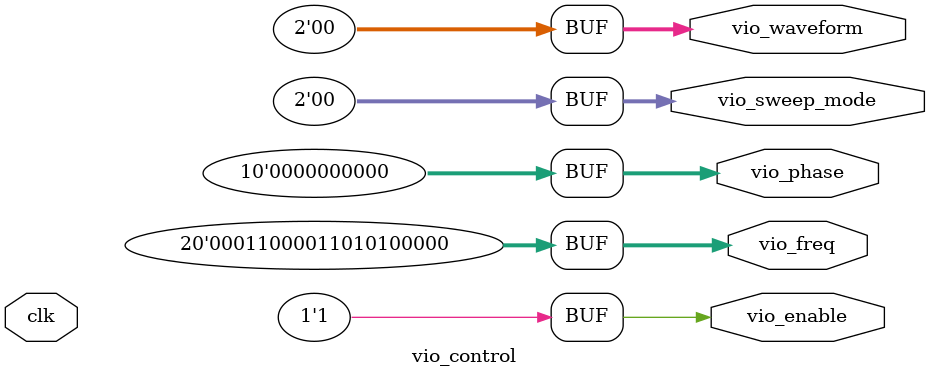
<source format=v>

module ila_waveform_debug (
    input  wire        clk,
    input  wire        rst_n,
    
    // Waveform signals to monitor
    input  wire [11:0] dac_out,
    input  wire [31:0] phase_acc,
    input  wire [19:0] current_freq,
    input  wire [1:0]  waveform_sel,
    input  wire [1:0]  sweep_mode,
    
    // Configuration signals
    input  wire [19:0] freq_config,
    input  wire [9:0]  phase_config,
    input  wire [6:0]  duty_config
);

    // =========================================================================
    // ILA IP Core Instantiation
    // =========================================================================
    // To use this, create an ILA IP core in Vivado with the following settings:
    // - Sample Data Depth: 4096 or more
    // - Number of Probes: 9
    // - Probe widths as specified below
    //
    // After implementation, you can capture waveforms in Vivado Hardware Manager
    
    // Note: This is a template. You need to generate the actual ILA IP core
    // in Vivado and instantiate it here.
    
    
    ila_0 u_ila (
        .clk(clk),
        .probe0(dac_out),           // [11:0] DAC output value
        .probe1(phase_acc[31:20]),  // [11:0] Phase (upper 12 bits)
        .probe2(current_freq),      // [19:0] Current frequency
        .probe3(waveform_sel),      // [1:0]  Waveform type
        .probe4(sweep_mode),        // [1:0]  Sweep mode
        .probe5(freq_config),       // [19:0] Configured frequency
        .probe6(phase_config),      // [9:0]  Configured phase
        .probe7(duty_config),       // [6:0]  Duty cycle
        .probe8(rst_n)              // [0:0]  Reset status
    );
   

endmodule

// =============================================================================
// VIO Control Core Wrapper
// For runtime control of parameters using Virtual I/O
// =============================================================================

module vio_control (
    input  wire        clk,
    
    // VIO outputs (directly usable to control design)
    output wire [19:0] vio_freq,
    output wire [9:0]  vio_phase,
    output wire [1:0]  vio_waveform,
    output wire [1:0]  vio_sweep_mode,
    output wire        vio_enable
);

    // Note: This is a template. You need to generate the actual VIO IP core
    // in Vivado and instantiate it here.
    
    /*
    vio_0 u_vio (
        .clk(clk),
        .probe_out0(vio_freq),       // [19:0] Frequency control
        .probe_out1(vio_phase),      // [9:0]  Phase control
        .probe_out2(vio_waveform),   // [1:0]  Waveform selection
        .probe_out3(vio_sweep_mode), // [1:0]  Sweep mode selection
        .probe_out4(vio_enable)      // [0:0]  Enable signal
    );
    */
    
    // Default values when VIO is not connected
    assign vio_freq = 20'd100000;
    assign vio_phase = 10'd0;
    assign vio_waveform = 2'b00;
    assign vio_sweep_mode = 2'b00;
    assign vio_enable = 1'b1;

endmodule

</source>
